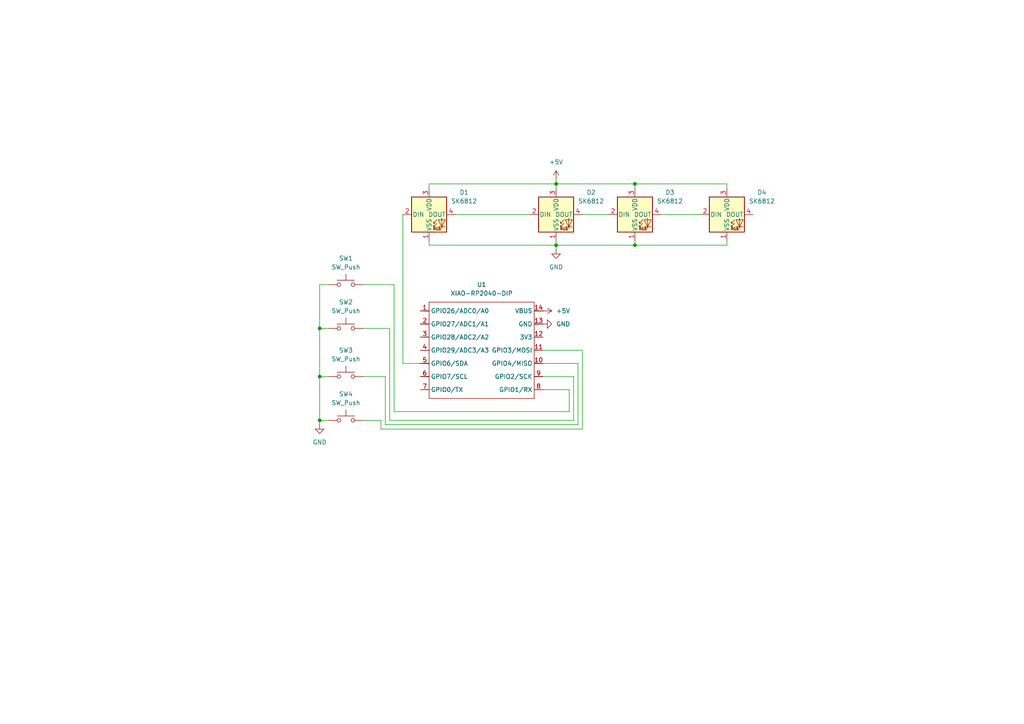
<source format=kicad_sch>
(kicad_sch
	(version 20250114)
	(generator "eeschema")
	(generator_version "9.0")
	(uuid "4170d5d0-beb5-40dc-a48c-67ac78002922")
	(paper "A4")
	(lib_symbols
		(symbol "LED:SK6812"
			(pin_names
				(offset 0.254)
			)
			(exclude_from_sim no)
			(in_bom yes)
			(on_board yes)
			(property "Reference" "D"
				(at 5.08 5.715 0)
				(effects
					(font
						(size 1.27 1.27)
					)
					(justify right bottom)
				)
			)
			(property "Value" "SK6812"
				(at 1.27 -5.715 0)
				(effects
					(font
						(size 1.27 1.27)
					)
					(justify left top)
				)
			)
			(property "Footprint" "LED_SMD:LED_SK6812_PLCC4_5.0x5.0mm_P3.2mm"
				(at 1.27 -7.62 0)
				(effects
					(font
						(size 1.27 1.27)
					)
					(justify left top)
					(hide yes)
				)
			)
			(property "Datasheet" "https://cdn-shop.adafruit.com/product-files/1138/SK6812+LED+datasheet+.pdf"
				(at 2.54 -9.525 0)
				(effects
					(font
						(size 1.27 1.27)
					)
					(justify left top)
					(hide yes)
				)
			)
			(property "Description" "RGB LED with integrated controller"
				(at 0 0 0)
				(effects
					(font
						(size 1.27 1.27)
					)
					(hide yes)
				)
			)
			(property "ki_keywords" "RGB LED NeoPixel addressable"
				(at 0 0 0)
				(effects
					(font
						(size 1.27 1.27)
					)
					(hide yes)
				)
			)
			(property "ki_fp_filters" "LED*SK6812*PLCC*5.0x5.0mm*P3.2mm*"
				(at 0 0 0)
				(effects
					(font
						(size 1.27 1.27)
					)
					(hide yes)
				)
			)
			(symbol "SK6812_0_0"
				(text "RGB"
					(at 2.286 -4.191 0)
					(effects
						(font
							(size 0.762 0.762)
						)
					)
				)
			)
			(symbol "SK6812_0_1"
				(polyline
					(pts
						(xy 1.27 -2.54) (xy 1.778 -2.54)
					)
					(stroke
						(width 0)
						(type default)
					)
					(fill
						(type none)
					)
				)
				(polyline
					(pts
						(xy 1.27 -3.556) (xy 1.778 -3.556)
					)
					(stroke
						(width 0)
						(type default)
					)
					(fill
						(type none)
					)
				)
				(polyline
					(pts
						(xy 2.286 -1.524) (xy 1.27 -2.54) (xy 1.27 -2.032)
					)
					(stroke
						(width 0)
						(type default)
					)
					(fill
						(type none)
					)
				)
				(polyline
					(pts
						(xy 2.286 -2.54) (xy 1.27 -3.556) (xy 1.27 -3.048)
					)
					(stroke
						(width 0)
						(type default)
					)
					(fill
						(type none)
					)
				)
				(polyline
					(pts
						(xy 3.683 -1.016) (xy 3.683 -3.556) (xy 3.683 -4.064)
					)
					(stroke
						(width 0)
						(type default)
					)
					(fill
						(type none)
					)
				)
				(polyline
					(pts
						(xy 4.699 -1.524) (xy 2.667 -1.524) (xy 3.683 -3.556) (xy 4.699 -1.524)
					)
					(stroke
						(width 0)
						(type default)
					)
					(fill
						(type none)
					)
				)
				(polyline
					(pts
						(xy 4.699 -3.556) (xy 2.667 -3.556)
					)
					(stroke
						(width 0)
						(type default)
					)
					(fill
						(type none)
					)
				)
				(rectangle
					(start 5.08 5.08)
					(end -5.08 -5.08)
					(stroke
						(width 0.254)
						(type default)
					)
					(fill
						(type background)
					)
				)
			)
			(symbol "SK6812_1_1"
				(pin input line
					(at -7.62 0 0)
					(length 2.54)
					(name "DIN"
						(effects
							(font
								(size 1.27 1.27)
							)
						)
					)
					(number "2"
						(effects
							(font
								(size 1.27 1.27)
							)
						)
					)
				)
				(pin power_in line
					(at 0 7.62 270)
					(length 2.54)
					(name "VDD"
						(effects
							(font
								(size 1.27 1.27)
							)
						)
					)
					(number "3"
						(effects
							(font
								(size 1.27 1.27)
							)
						)
					)
				)
				(pin power_in line
					(at 0 -7.62 90)
					(length 2.54)
					(name "VSS"
						(effects
							(font
								(size 1.27 1.27)
							)
						)
					)
					(number "1"
						(effects
							(font
								(size 1.27 1.27)
							)
						)
					)
				)
				(pin output line
					(at 7.62 0 180)
					(length 2.54)
					(name "DOUT"
						(effects
							(font
								(size 1.27 1.27)
							)
						)
					)
					(number "4"
						(effects
							(font
								(size 1.27 1.27)
							)
						)
					)
				)
			)
			(embedded_fonts no)
		)
		(symbol "OPL Library:XIAO-RP2040-DIP"
			(exclude_from_sim no)
			(in_bom yes)
			(on_board yes)
			(property "Reference" "U"
				(at 0 0 0)
				(effects
					(font
						(size 1.27 1.27)
					)
				)
			)
			(property "Value" "XIAO-RP2040-DIP"
				(at 5.334 -1.778 0)
				(effects
					(font
						(size 1.27 1.27)
					)
				)
			)
			(property "Footprint" "Module:MOUDLE14P-XIAO-DIP-SMD"
				(at 14.478 -32.258 0)
				(effects
					(font
						(size 1.27 1.27)
					)
					(hide yes)
				)
			)
			(property "Datasheet" ""
				(at 0 0 0)
				(effects
					(font
						(size 1.27 1.27)
					)
					(hide yes)
				)
			)
			(property "Description" ""
				(at 0 0 0)
				(effects
					(font
						(size 1.27 1.27)
					)
					(hide yes)
				)
			)
			(symbol "XIAO-RP2040-DIP_1_0"
				(polyline
					(pts
						(xy -1.27 -2.54) (xy 29.21 -2.54)
					)
					(stroke
						(width 0.1524)
						(type solid)
					)
					(fill
						(type none)
					)
				)
				(polyline
					(pts
						(xy -1.27 -5.08) (xy -2.54 -5.08)
					)
					(stroke
						(width 0.1524)
						(type solid)
					)
					(fill
						(type none)
					)
				)
				(polyline
					(pts
						(xy -1.27 -5.08) (xy -1.27 -2.54)
					)
					(stroke
						(width 0.1524)
						(type solid)
					)
					(fill
						(type none)
					)
				)
				(polyline
					(pts
						(xy -1.27 -8.89) (xy -2.54 -8.89)
					)
					(stroke
						(width 0.1524)
						(type solid)
					)
					(fill
						(type none)
					)
				)
				(polyline
					(pts
						(xy -1.27 -8.89) (xy -1.27 -5.08)
					)
					(stroke
						(width 0.1524)
						(type solid)
					)
					(fill
						(type none)
					)
				)
				(polyline
					(pts
						(xy -1.27 -12.7) (xy -2.54 -12.7)
					)
					(stroke
						(width 0.1524)
						(type solid)
					)
					(fill
						(type none)
					)
				)
				(polyline
					(pts
						(xy -1.27 -12.7) (xy -1.27 -8.89)
					)
					(stroke
						(width 0.1524)
						(type solid)
					)
					(fill
						(type none)
					)
				)
				(polyline
					(pts
						(xy -1.27 -16.51) (xy -2.54 -16.51)
					)
					(stroke
						(width 0.1524)
						(type solid)
					)
					(fill
						(type none)
					)
				)
				(polyline
					(pts
						(xy -1.27 -16.51) (xy -1.27 -12.7)
					)
					(stroke
						(width 0.1524)
						(type solid)
					)
					(fill
						(type none)
					)
				)
				(polyline
					(pts
						(xy -1.27 -20.32) (xy -2.54 -20.32)
					)
					(stroke
						(width 0.1524)
						(type solid)
					)
					(fill
						(type none)
					)
				)
				(polyline
					(pts
						(xy -1.27 -24.13) (xy -2.54 -24.13)
					)
					(stroke
						(width 0.1524)
						(type solid)
					)
					(fill
						(type none)
					)
				)
				(polyline
					(pts
						(xy -1.27 -27.94) (xy -2.54 -27.94)
					)
					(stroke
						(width 0.1524)
						(type solid)
					)
					(fill
						(type none)
					)
				)
				(polyline
					(pts
						(xy -1.27 -30.48) (xy -1.27 -16.51)
					)
					(stroke
						(width 0.1524)
						(type solid)
					)
					(fill
						(type none)
					)
				)
				(polyline
					(pts
						(xy 29.21 -2.54) (xy 29.21 -5.08)
					)
					(stroke
						(width 0.1524)
						(type solid)
					)
					(fill
						(type none)
					)
				)
				(polyline
					(pts
						(xy 29.21 -5.08) (xy 29.21 -8.89)
					)
					(stroke
						(width 0.1524)
						(type solid)
					)
					(fill
						(type none)
					)
				)
				(polyline
					(pts
						(xy 29.21 -8.89) (xy 29.21 -12.7)
					)
					(stroke
						(width 0.1524)
						(type solid)
					)
					(fill
						(type none)
					)
				)
				(polyline
					(pts
						(xy 29.21 -12.7) (xy 29.21 -30.48)
					)
					(stroke
						(width 0.1524)
						(type solid)
					)
					(fill
						(type none)
					)
				)
				(polyline
					(pts
						(xy 29.21 -30.48) (xy -1.27 -30.48)
					)
					(stroke
						(width 0.1524)
						(type solid)
					)
					(fill
						(type none)
					)
				)
				(polyline
					(pts
						(xy 30.48 -5.08) (xy 29.21 -5.08)
					)
					(stroke
						(width 0.1524)
						(type solid)
					)
					(fill
						(type none)
					)
				)
				(polyline
					(pts
						(xy 30.48 -8.89) (xy 29.21 -8.89)
					)
					(stroke
						(width 0.1524)
						(type solid)
					)
					(fill
						(type none)
					)
				)
				(polyline
					(pts
						(xy 30.48 -12.7) (xy 29.21 -12.7)
					)
					(stroke
						(width 0.1524)
						(type solid)
					)
					(fill
						(type none)
					)
				)
				(polyline
					(pts
						(xy 30.48 -16.51) (xy 29.21 -16.51)
					)
					(stroke
						(width 0.1524)
						(type solid)
					)
					(fill
						(type none)
					)
				)
				(polyline
					(pts
						(xy 30.48 -20.32) (xy 29.21 -20.32)
					)
					(stroke
						(width 0.1524)
						(type solid)
					)
					(fill
						(type none)
					)
				)
				(polyline
					(pts
						(xy 30.48 -24.13) (xy 29.21 -24.13)
					)
					(stroke
						(width 0.1524)
						(type solid)
					)
					(fill
						(type none)
					)
				)
				(polyline
					(pts
						(xy 30.48 -27.94) (xy 29.21 -27.94)
					)
					(stroke
						(width 0.1524)
						(type solid)
					)
					(fill
						(type none)
					)
				)
				(pin passive line
					(at -3.81 -5.08 0)
					(length 2.54)
					(name "GPIO26/ADC0/A0"
						(effects
							(font
								(size 1.27 1.27)
							)
						)
					)
					(number "1"
						(effects
							(font
								(size 1.27 1.27)
							)
						)
					)
				)
				(pin passive line
					(at -3.81 -8.89 0)
					(length 2.54)
					(name "GPIO27/ADC1/A1"
						(effects
							(font
								(size 1.27 1.27)
							)
						)
					)
					(number "2"
						(effects
							(font
								(size 1.27 1.27)
							)
						)
					)
				)
				(pin passive line
					(at -3.81 -12.7 0)
					(length 2.54)
					(name "GPIO28/ADC2/A2"
						(effects
							(font
								(size 1.27 1.27)
							)
						)
					)
					(number "3"
						(effects
							(font
								(size 1.27 1.27)
							)
						)
					)
				)
				(pin passive line
					(at -3.81 -16.51 0)
					(length 2.54)
					(name "GPIO29/ADC3/A3"
						(effects
							(font
								(size 1.27 1.27)
							)
						)
					)
					(number "4"
						(effects
							(font
								(size 1.27 1.27)
							)
						)
					)
				)
				(pin passive line
					(at -3.81 -20.32 0)
					(length 2.54)
					(name "GPIO6/SDA"
						(effects
							(font
								(size 1.27 1.27)
							)
						)
					)
					(number "5"
						(effects
							(font
								(size 1.27 1.27)
							)
						)
					)
				)
				(pin passive line
					(at -3.81 -24.13 0)
					(length 2.54)
					(name "GPIO7/SCL"
						(effects
							(font
								(size 1.27 1.27)
							)
						)
					)
					(number "6"
						(effects
							(font
								(size 1.27 1.27)
							)
						)
					)
				)
				(pin passive line
					(at -3.81 -27.94 0)
					(length 2.54)
					(name "GPIO0/TX"
						(effects
							(font
								(size 1.27 1.27)
							)
						)
					)
					(number "7"
						(effects
							(font
								(size 1.27 1.27)
							)
						)
					)
				)
				(pin passive line
					(at 31.75 -5.08 180)
					(length 2.54)
					(name "VBUS"
						(effects
							(font
								(size 1.27 1.27)
							)
						)
					)
					(number "14"
						(effects
							(font
								(size 1.27 1.27)
							)
						)
					)
				)
				(pin passive line
					(at 31.75 -8.89 180)
					(length 2.54)
					(name "GND"
						(effects
							(font
								(size 1.27 1.27)
							)
						)
					)
					(number "13"
						(effects
							(font
								(size 1.27 1.27)
							)
						)
					)
				)
				(pin passive line
					(at 31.75 -12.7 180)
					(length 2.54)
					(name "3V3"
						(effects
							(font
								(size 1.27 1.27)
							)
						)
					)
					(number "12"
						(effects
							(font
								(size 1.27 1.27)
							)
						)
					)
				)
				(pin passive line
					(at 31.75 -16.51 180)
					(length 2.54)
					(name "GPIO3/MOSI"
						(effects
							(font
								(size 1.27 1.27)
							)
						)
					)
					(number "11"
						(effects
							(font
								(size 1.27 1.27)
							)
						)
					)
				)
				(pin passive line
					(at 31.75 -20.32 180)
					(length 2.54)
					(name "GPIO4/MISO"
						(effects
							(font
								(size 1.27 1.27)
							)
						)
					)
					(number "10"
						(effects
							(font
								(size 1.27 1.27)
							)
						)
					)
				)
				(pin passive line
					(at 31.75 -24.13 180)
					(length 2.54)
					(name "GPIO2/SCK"
						(effects
							(font
								(size 1.27 1.27)
							)
						)
					)
					(number "9"
						(effects
							(font
								(size 1.27 1.27)
							)
						)
					)
				)
				(pin passive line
					(at 31.75 -27.94 180)
					(length 2.54)
					(name "GPIO1/RX"
						(effects
							(font
								(size 1.27 1.27)
							)
						)
					)
					(number "8"
						(effects
							(font
								(size 1.27 1.27)
							)
						)
					)
				)
			)
			(embedded_fonts no)
		)
		(symbol "Switch:SW_Push"
			(pin_numbers
				(hide yes)
			)
			(pin_names
				(offset 1.016)
				(hide yes)
			)
			(exclude_from_sim no)
			(in_bom yes)
			(on_board yes)
			(property "Reference" "SW"
				(at 1.27 2.54 0)
				(effects
					(font
						(size 1.27 1.27)
					)
					(justify left)
				)
			)
			(property "Value" "SW_Push"
				(at 0 -1.524 0)
				(effects
					(font
						(size 1.27 1.27)
					)
				)
			)
			(property "Footprint" ""
				(at 0 5.08 0)
				(effects
					(font
						(size 1.27 1.27)
					)
					(hide yes)
				)
			)
			(property "Datasheet" "~"
				(at 0 5.08 0)
				(effects
					(font
						(size 1.27 1.27)
					)
					(hide yes)
				)
			)
			(property "Description" "Push button switch, generic, two pins"
				(at 0 0 0)
				(effects
					(font
						(size 1.27 1.27)
					)
					(hide yes)
				)
			)
			(property "ki_keywords" "switch normally-open pushbutton push-button"
				(at 0 0 0)
				(effects
					(font
						(size 1.27 1.27)
					)
					(hide yes)
				)
			)
			(symbol "SW_Push_0_1"
				(circle
					(center -2.032 0)
					(radius 0.508)
					(stroke
						(width 0)
						(type default)
					)
					(fill
						(type none)
					)
				)
				(polyline
					(pts
						(xy 0 1.27) (xy 0 3.048)
					)
					(stroke
						(width 0)
						(type default)
					)
					(fill
						(type none)
					)
				)
				(circle
					(center 2.032 0)
					(radius 0.508)
					(stroke
						(width 0)
						(type default)
					)
					(fill
						(type none)
					)
				)
				(polyline
					(pts
						(xy 2.54 1.27) (xy -2.54 1.27)
					)
					(stroke
						(width 0)
						(type default)
					)
					(fill
						(type none)
					)
				)
				(pin passive line
					(at -5.08 0 0)
					(length 2.54)
					(name "1"
						(effects
							(font
								(size 1.27 1.27)
							)
						)
					)
					(number "1"
						(effects
							(font
								(size 1.27 1.27)
							)
						)
					)
				)
				(pin passive line
					(at 5.08 0 180)
					(length 2.54)
					(name "2"
						(effects
							(font
								(size 1.27 1.27)
							)
						)
					)
					(number "2"
						(effects
							(font
								(size 1.27 1.27)
							)
						)
					)
				)
			)
			(embedded_fonts no)
		)
		(symbol "power:+5V"
			(power)
			(pin_numbers
				(hide yes)
			)
			(pin_names
				(offset 0)
				(hide yes)
			)
			(exclude_from_sim no)
			(in_bom yes)
			(on_board yes)
			(property "Reference" "#PWR"
				(at 0 -3.81 0)
				(effects
					(font
						(size 1.27 1.27)
					)
					(hide yes)
				)
			)
			(property "Value" "+5V"
				(at 0 3.556 0)
				(effects
					(font
						(size 1.27 1.27)
					)
				)
			)
			(property "Footprint" ""
				(at 0 0 0)
				(effects
					(font
						(size 1.27 1.27)
					)
					(hide yes)
				)
			)
			(property "Datasheet" ""
				(at 0 0 0)
				(effects
					(font
						(size 1.27 1.27)
					)
					(hide yes)
				)
			)
			(property "Description" "Power symbol creates a global label with name \"+5V\""
				(at 0 0 0)
				(effects
					(font
						(size 1.27 1.27)
					)
					(hide yes)
				)
			)
			(property "ki_keywords" "global power"
				(at 0 0 0)
				(effects
					(font
						(size 1.27 1.27)
					)
					(hide yes)
				)
			)
			(symbol "+5V_0_1"
				(polyline
					(pts
						(xy -0.762 1.27) (xy 0 2.54)
					)
					(stroke
						(width 0)
						(type default)
					)
					(fill
						(type none)
					)
				)
				(polyline
					(pts
						(xy 0 2.54) (xy 0.762 1.27)
					)
					(stroke
						(width 0)
						(type default)
					)
					(fill
						(type none)
					)
				)
				(polyline
					(pts
						(xy 0 0) (xy 0 2.54)
					)
					(stroke
						(width 0)
						(type default)
					)
					(fill
						(type none)
					)
				)
			)
			(symbol "+5V_1_1"
				(pin power_in line
					(at 0 0 90)
					(length 0)
					(name "~"
						(effects
							(font
								(size 1.27 1.27)
							)
						)
					)
					(number "1"
						(effects
							(font
								(size 1.27 1.27)
							)
						)
					)
				)
			)
			(embedded_fonts no)
		)
		(symbol "power:GND"
			(power)
			(pin_numbers
				(hide yes)
			)
			(pin_names
				(offset 0)
				(hide yes)
			)
			(exclude_from_sim no)
			(in_bom yes)
			(on_board yes)
			(property "Reference" "#PWR"
				(at 0 -6.35 0)
				(effects
					(font
						(size 1.27 1.27)
					)
					(hide yes)
				)
			)
			(property "Value" "GND"
				(at 0 -3.81 0)
				(effects
					(font
						(size 1.27 1.27)
					)
				)
			)
			(property "Footprint" ""
				(at 0 0 0)
				(effects
					(font
						(size 1.27 1.27)
					)
					(hide yes)
				)
			)
			(property "Datasheet" ""
				(at 0 0 0)
				(effects
					(font
						(size 1.27 1.27)
					)
					(hide yes)
				)
			)
			(property "Description" "Power symbol creates a global label with name \"GND\" , ground"
				(at 0 0 0)
				(effects
					(font
						(size 1.27 1.27)
					)
					(hide yes)
				)
			)
			(property "ki_keywords" "global power"
				(at 0 0 0)
				(effects
					(font
						(size 1.27 1.27)
					)
					(hide yes)
				)
			)
			(symbol "GND_0_1"
				(polyline
					(pts
						(xy 0 0) (xy 0 -1.27) (xy 1.27 -1.27) (xy 0 -2.54) (xy -1.27 -1.27) (xy 0 -1.27)
					)
					(stroke
						(width 0)
						(type default)
					)
					(fill
						(type none)
					)
				)
			)
			(symbol "GND_1_1"
				(pin power_in line
					(at 0 0 270)
					(length 0)
					(name "~"
						(effects
							(font
								(size 1.27 1.27)
							)
						)
					)
					(number "1"
						(effects
							(font
								(size 1.27 1.27)
							)
						)
					)
				)
			)
			(embedded_fonts no)
		)
	)
	(junction
		(at 92.71 95.25)
		(diameter 0)
		(color 0 0 0 0)
		(uuid "0ae4884e-5610-4e84-91b6-45568e0dcad2")
	)
	(junction
		(at 161.29 71.12)
		(diameter 0)
		(color 0 0 0 0)
		(uuid "6abc599a-107e-48ca-8162-984de94337eb")
	)
	(junction
		(at 161.29 53.34)
		(diameter 0)
		(color 0 0 0 0)
		(uuid "788b957f-9578-41cf-bef9-1d897c8f7708")
	)
	(junction
		(at 184.15 71.12)
		(diameter 0)
		(color 0 0 0 0)
		(uuid "9a52ad1b-4a4f-4082-b8f7-6ba278bdeb59")
	)
	(junction
		(at 184.15 53.34)
		(diameter 0)
		(color 0 0 0 0)
		(uuid "9cd3d5df-6cbf-40ba-b540-e1cfb5a304a6")
	)
	(junction
		(at 92.71 109.22)
		(diameter 0)
		(color 0 0 0 0)
		(uuid "a2d6cd57-8f45-4679-ac0b-634816c53910")
	)
	(junction
		(at 92.71 121.92)
		(diameter 0)
		(color 0 0 0 0)
		(uuid "ec25307a-d77a-432e-8083-01623828f7bd")
	)
	(wire
		(pts
			(xy 161.29 53.34) (xy 184.15 53.34)
		)
		(stroke
			(width 0)
			(type default)
		)
		(uuid "05848a2e-4bf8-4317-8b1a-25d1f8029c59")
	)
	(wire
		(pts
			(xy 161.29 71.12) (xy 184.15 71.12)
		)
		(stroke
			(width 0)
			(type default)
		)
		(uuid "07022b97-28ea-4ecc-bffc-01cb4aa9bb30")
	)
	(wire
		(pts
			(xy 95.25 82.55) (xy 92.71 82.55)
		)
		(stroke
			(width 0)
			(type default)
		)
		(uuid "0bfb9d25-e506-4990-a569-5317405b82f0")
	)
	(wire
		(pts
			(xy 184.15 69.85) (xy 184.15 71.12)
		)
		(stroke
			(width 0)
			(type default)
		)
		(uuid "1067159c-f756-4427-98a4-a6627abbc55e")
	)
	(wire
		(pts
			(xy 161.29 53.34) (xy 161.29 54.61)
		)
		(stroke
			(width 0)
			(type default)
		)
		(uuid "12e55045-3890-4039-8e6f-0fc1825d7c89")
	)
	(wire
		(pts
			(xy 105.41 82.55) (xy 114.3 82.55)
		)
		(stroke
			(width 0)
			(type default)
		)
		(uuid "147f0bf7-3f1e-43df-9214-302b80d58017")
	)
	(wire
		(pts
			(xy 184.15 53.34) (xy 184.15 54.61)
		)
		(stroke
			(width 0)
			(type default)
		)
		(uuid "1762d2c2-eac6-4f22-bff1-1fca54bb354c")
	)
	(wire
		(pts
			(xy 124.46 69.85) (xy 124.46 71.12)
		)
		(stroke
			(width 0)
			(type default)
		)
		(uuid "1a6c60ef-0ef1-4f36-a211-9109249e1933")
	)
	(wire
		(pts
			(xy 184.15 53.34) (xy 210.82 53.34)
		)
		(stroke
			(width 0)
			(type default)
		)
		(uuid "2212aae8-9af0-4838-b537-89496f58f47f")
	)
	(wire
		(pts
			(xy 166.37 109.22) (xy 157.48 109.22)
		)
		(stroke
			(width 0)
			(type default)
		)
		(uuid "22ccfc19-cdac-4d4b-8525-72ff5f9d9c38")
	)
	(wire
		(pts
			(xy 113.03 121.92) (xy 166.37 121.92)
		)
		(stroke
			(width 0)
			(type default)
		)
		(uuid "242f2adf-5f42-45b1-bf6c-150d5e2b9ce3")
	)
	(wire
		(pts
			(xy 157.48 105.41) (xy 167.64 105.41)
		)
		(stroke
			(width 0)
			(type default)
		)
		(uuid "26427e62-ce48-40a8-bcb8-77c415894eef")
	)
	(wire
		(pts
			(xy 168.91 62.23) (xy 176.53 62.23)
		)
		(stroke
			(width 0)
			(type default)
		)
		(uuid "2c799ad3-8978-4768-a7dc-8d6d751452d0")
	)
	(wire
		(pts
			(xy 191.77 62.23) (xy 203.2 62.23)
		)
		(stroke
			(width 0)
			(type default)
		)
		(uuid "34b10095-86f4-4906-b9d2-0b4946b91b42")
	)
	(wire
		(pts
			(xy 165.1 113.03) (xy 157.48 113.03)
		)
		(stroke
			(width 0)
			(type default)
		)
		(uuid "3b77dea3-d859-42f0-8842-619ea943d7cc")
	)
	(wire
		(pts
			(xy 92.71 82.55) (xy 92.71 95.25)
		)
		(stroke
			(width 0)
			(type default)
		)
		(uuid "3cecc5d9-17cc-4dfe-998a-f26fee23fc87")
	)
	(wire
		(pts
			(xy 184.15 71.12) (xy 210.82 71.12)
		)
		(stroke
			(width 0)
			(type default)
		)
		(uuid "41c63ac8-3c9e-427b-8512-9d75d8df040e")
	)
	(wire
		(pts
			(xy 168.91 124.46) (xy 168.91 101.6)
		)
		(stroke
			(width 0)
			(type default)
		)
		(uuid "5b15a64f-cb41-4aec-8499-43aac7472fe0")
	)
	(wire
		(pts
			(xy 105.41 95.25) (xy 113.03 95.25)
		)
		(stroke
			(width 0)
			(type default)
		)
		(uuid "5d4f64cb-7642-47af-bd40-444609e07811")
	)
	(wire
		(pts
			(xy 124.46 54.61) (xy 124.46 53.34)
		)
		(stroke
			(width 0)
			(type default)
		)
		(uuid "5fb5218c-fa31-4dc3-a203-590a15773355")
	)
	(wire
		(pts
			(xy 210.82 69.85) (xy 210.82 71.12)
		)
		(stroke
			(width 0)
			(type default)
		)
		(uuid "655c8cd0-e9d1-4635-b89a-fe04221b497f")
	)
	(wire
		(pts
			(xy 92.71 109.22) (xy 95.25 109.22)
		)
		(stroke
			(width 0)
			(type default)
		)
		(uuid "6b864308-12b1-4d6a-8f37-685925a15453")
	)
	(wire
		(pts
			(xy 95.25 121.92) (xy 92.71 121.92)
		)
		(stroke
			(width 0)
			(type default)
		)
		(uuid "6bf8a9af-5a07-461d-939a-6c02a4211417")
	)
	(wire
		(pts
			(xy 116.84 62.23) (xy 116.84 105.41)
		)
		(stroke
			(width 0)
			(type default)
		)
		(uuid "6d9a204f-a342-4088-8f5e-3383cac35014")
	)
	(wire
		(pts
			(xy 124.46 71.12) (xy 161.29 71.12)
		)
		(stroke
			(width 0)
			(type default)
		)
		(uuid "747e73e6-6e07-4daf-b915-4e41ca8d0bb8")
	)
	(wire
		(pts
			(xy 105.41 121.92) (xy 110.49 121.92)
		)
		(stroke
			(width 0)
			(type default)
		)
		(uuid "75b1a28b-9186-4df4-b8ba-f39bffc97790")
	)
	(wire
		(pts
			(xy 165.1 119.38) (xy 165.1 113.03)
		)
		(stroke
			(width 0)
			(type default)
		)
		(uuid "76924bcd-b330-413f-a2b1-0a35a864c889")
	)
	(wire
		(pts
			(xy 92.71 95.25) (xy 92.71 109.22)
		)
		(stroke
			(width 0)
			(type default)
		)
		(uuid "77762e86-3fb7-4aeb-a85a-c4e06bb20cad")
	)
	(wire
		(pts
			(xy 167.64 105.41) (xy 167.64 123.19)
		)
		(stroke
			(width 0)
			(type default)
		)
		(uuid "869c6b56-18d4-49c0-b126-9bb774b669ee")
	)
	(wire
		(pts
			(xy 161.29 72.39) (xy 161.29 71.12)
		)
		(stroke
			(width 0)
			(type default)
		)
		(uuid "893303b2-3542-4e76-824f-f774bec6fd63")
	)
	(wire
		(pts
			(xy 210.82 53.34) (xy 210.82 54.61)
		)
		(stroke
			(width 0)
			(type default)
		)
		(uuid "8f002989-2e14-4e40-82b3-d742bd194a46")
	)
	(wire
		(pts
			(xy 110.49 124.46) (xy 168.91 124.46)
		)
		(stroke
			(width 0)
			(type default)
		)
		(uuid "94b5f909-0eb2-4cd4-afcb-2cb906a90a57")
	)
	(wire
		(pts
			(xy 92.71 121.92) (xy 92.71 123.19)
		)
		(stroke
			(width 0)
			(type default)
		)
		(uuid "9f65ea4e-567a-4c22-a49d-e5307010a766")
	)
	(wire
		(pts
			(xy 110.49 121.92) (xy 110.49 124.46)
		)
		(stroke
			(width 0)
			(type default)
		)
		(uuid "a442486d-e896-4804-a0b5-3beeba4e7abb")
	)
	(wire
		(pts
			(xy 92.71 95.25) (xy 95.25 95.25)
		)
		(stroke
			(width 0)
			(type default)
		)
		(uuid "a6b772d0-98a5-4a2f-868d-031d8acb3e57")
	)
	(wire
		(pts
			(xy 114.3 119.38) (xy 165.1 119.38)
		)
		(stroke
			(width 0)
			(type default)
		)
		(uuid "a792fb1e-43e8-4bc0-acb5-5e7f49d81142")
	)
	(wire
		(pts
			(xy 161.29 71.12) (xy 161.29 69.85)
		)
		(stroke
			(width 0)
			(type default)
		)
		(uuid "b6ed8a8c-8076-4e0a-bf0e-081d7f06804a")
	)
	(wire
		(pts
			(xy 167.64 123.19) (xy 111.76 123.19)
		)
		(stroke
			(width 0)
			(type default)
		)
		(uuid "b8b0a01e-32a2-4bde-81a3-ec6658f577c4")
	)
	(wire
		(pts
			(xy 113.03 95.25) (xy 113.03 121.92)
		)
		(stroke
			(width 0)
			(type default)
		)
		(uuid "c1b22be3-c28c-482b-9620-80a5e7b5df0d")
	)
	(wire
		(pts
			(xy 166.37 121.92) (xy 166.37 109.22)
		)
		(stroke
			(width 0)
			(type default)
		)
		(uuid "c5a606ab-9944-4a70-ba5a-aeb38bebeffd")
	)
	(wire
		(pts
			(xy 111.76 123.19) (xy 111.76 109.22)
		)
		(stroke
			(width 0)
			(type default)
		)
		(uuid "c8a318f5-1376-4942-ac8b-900796eaba15")
	)
	(wire
		(pts
			(xy 92.71 109.22) (xy 92.71 121.92)
		)
		(stroke
			(width 0)
			(type default)
		)
		(uuid "c96c0119-5c44-4987-be3e-2c1bee1ff550")
	)
	(wire
		(pts
			(xy 161.29 52.07) (xy 161.29 53.34)
		)
		(stroke
			(width 0)
			(type default)
		)
		(uuid "cecf28c4-547f-401c-8715-16e9077b53b9")
	)
	(wire
		(pts
			(xy 124.46 53.34) (xy 161.29 53.34)
		)
		(stroke
			(width 0)
			(type default)
		)
		(uuid "cf596ce0-9072-4f8e-a0f7-a9f2834b8f91")
	)
	(wire
		(pts
			(xy 132.08 62.23) (xy 153.67 62.23)
		)
		(stroke
			(width 0)
			(type default)
		)
		(uuid "d1bfb13f-4b7a-4895-a96f-27d316bb8e1c")
	)
	(wire
		(pts
			(xy 105.41 109.22) (xy 111.76 109.22)
		)
		(stroke
			(width 0)
			(type default)
		)
		(uuid "ed355518-bfe2-4fc2-8760-b68350a79323")
	)
	(wire
		(pts
			(xy 168.91 101.6) (xy 157.48 101.6)
		)
		(stroke
			(width 0)
			(type default)
		)
		(uuid "f9bb122d-a22d-432d-9389-583450356e81")
	)
	(wire
		(pts
			(xy 116.84 105.41) (xy 121.92 105.41)
		)
		(stroke
			(width 0)
			(type default)
		)
		(uuid "fa42645f-d9fe-4f5e-8432-c628ea0dd1a2")
	)
	(wire
		(pts
			(xy 114.3 82.55) (xy 114.3 119.38)
		)
		(stroke
			(width 0)
			(type default)
		)
		(uuid "fa60af3a-1b38-4944-bae9-3f6784143ab1")
	)
	(symbol
		(lib_id "Switch:SW_Push")
		(at 100.33 82.55 0)
		(unit 1)
		(exclude_from_sim no)
		(in_bom yes)
		(on_board yes)
		(dnp no)
		(fields_autoplaced yes)
		(uuid "08e996db-d347-421e-b2b8-dae8ae95ecae")
		(property "Reference" "SW1"
			(at 100.33 74.93 0)
			(effects
				(font
					(size 1.27 1.27)
				)
			)
		)
		(property "Value" "SW_Push"
			(at 100.33 77.47 0)
			(effects
				(font
					(size 1.27 1.27)
				)
			)
		)
		(property "Footprint" "Button_Switch_Keyboard:SW_Cherry_MX_1.00u_PCB"
			(at 100.33 77.47 0)
			(effects
				(font
					(size 1.27 1.27)
				)
				(hide yes)
			)
		)
		(property "Datasheet" "~"
			(at 100.33 77.47 0)
			(effects
				(font
					(size 1.27 1.27)
				)
				(hide yes)
			)
		)
		(property "Description" "Push button switch, generic, two pins"
			(at 100.33 82.55 0)
			(effects
				(font
					(size 1.27 1.27)
				)
				(hide yes)
			)
		)
		(pin "1"
			(uuid "b727b79e-572b-437e-b24a-7fed879ee04b")
		)
		(pin "2"
			(uuid "29225eda-fd69-458d-9303-1b7bbfc4a713")
		)
		(instances
			(project ""
				(path "/4170d5d0-beb5-40dc-a48c-67ac78002922"
					(reference "SW1")
					(unit 1)
				)
			)
		)
	)
	(symbol
		(lib_id "Switch:SW_Push")
		(at 100.33 109.22 0)
		(unit 1)
		(exclude_from_sim no)
		(in_bom yes)
		(on_board yes)
		(dnp no)
		(fields_autoplaced yes)
		(uuid "2637e57b-dc27-4313-bc25-c6f305835d90")
		(property "Reference" "SW3"
			(at 100.33 101.6 0)
			(effects
				(font
					(size 1.27 1.27)
				)
			)
		)
		(property "Value" "SW_Push"
			(at 100.33 104.14 0)
			(effects
				(font
					(size 1.27 1.27)
				)
			)
		)
		(property "Footprint" "Button_Switch_Keyboard:SW_Cherry_MX_1.00u_PCB"
			(at 100.33 104.14 0)
			(effects
				(font
					(size 1.27 1.27)
				)
				(hide yes)
			)
		)
		(property "Datasheet" "~"
			(at 100.33 104.14 0)
			(effects
				(font
					(size 1.27 1.27)
				)
				(hide yes)
			)
		)
		(property "Description" "Push button switch, generic, two pins"
			(at 100.33 109.22 0)
			(effects
				(font
					(size 1.27 1.27)
				)
				(hide yes)
			)
		)
		(pin "1"
			(uuid "e3e8d736-18b9-4c32-a8ee-1607c7460448")
		)
		(pin "2"
			(uuid "d59e7c25-f687-4428-877d-4509b4370ce8")
		)
		(instances
			(project "Hackpad"
				(path "/4170d5d0-beb5-40dc-a48c-67ac78002922"
					(reference "SW3")
					(unit 1)
				)
			)
		)
	)
	(symbol
		(lib_id "power:GND")
		(at 92.71 123.19 0)
		(unit 1)
		(exclude_from_sim no)
		(in_bom yes)
		(on_board yes)
		(dnp no)
		(fields_autoplaced yes)
		(uuid "34c675f2-343f-49fe-88af-62e73b45d617")
		(property "Reference" "#PWR05"
			(at 92.71 129.54 0)
			(effects
				(font
					(size 1.27 1.27)
				)
				(hide yes)
			)
		)
		(property "Value" "GND"
			(at 92.71 128.27 0)
			(effects
				(font
					(size 1.27 1.27)
				)
			)
		)
		(property "Footprint" ""
			(at 92.71 123.19 0)
			(effects
				(font
					(size 1.27 1.27)
				)
				(hide yes)
			)
		)
		(property "Datasheet" ""
			(at 92.71 123.19 0)
			(effects
				(font
					(size 1.27 1.27)
				)
				(hide yes)
			)
		)
		(property "Description" "Power symbol creates a global label with name \"GND\" , ground"
			(at 92.71 123.19 0)
			(effects
				(font
					(size 1.27 1.27)
				)
				(hide yes)
			)
		)
		(pin "1"
			(uuid "2797746b-2a7e-46d8-b1cf-db6a2eff75f7")
		)
		(instances
			(project ""
				(path "/4170d5d0-beb5-40dc-a48c-67ac78002922"
					(reference "#PWR05")
					(unit 1)
				)
			)
		)
	)
	(symbol
		(lib_id "LED:SK6812")
		(at 161.29 62.23 0)
		(unit 1)
		(exclude_from_sim no)
		(in_bom yes)
		(on_board yes)
		(dnp no)
		(fields_autoplaced yes)
		(uuid "57a74325-32de-4645-8610-98d2fde11678")
		(property "Reference" "D2"
			(at 171.45 55.8098 0)
			(effects
				(font
					(size 1.27 1.27)
				)
			)
		)
		(property "Value" "SK6812"
			(at 171.45 58.3498 0)
			(effects
				(font
					(size 1.27 1.27)
				)
			)
		)
		(property "Footprint" "LED_SMD:LED_SK6812MINI_PLCC4_3.5x3.5mm_P1.75mm"
			(at 162.56 69.85 0)
			(effects
				(font
					(size 1.27 1.27)
				)
				(justify left top)
				(hide yes)
			)
		)
		(property "Datasheet" "https://cdn-shop.adafruit.com/product-files/1138/SK6812+LED+datasheet+.pdf"
			(at 163.83 71.755 0)
			(effects
				(font
					(size 1.27 1.27)
				)
				(justify left top)
				(hide yes)
			)
		)
		(property "Description" "RGB LED with integrated controller"
			(at 161.29 62.23 0)
			(effects
				(font
					(size 1.27 1.27)
				)
				(hide yes)
			)
		)
		(pin "1"
			(uuid "a0bf9d95-9cdf-45bd-ae47-305e59274859")
		)
		(pin "4"
			(uuid "f568bd6b-96f1-43ff-ae80-5a019066b1e8")
		)
		(pin "2"
			(uuid "516944db-7bb7-4db6-b8af-960421534d79")
		)
		(pin "3"
			(uuid "1b3302ce-705e-4c25-9342-55d8aa46017f")
		)
		(instances
			(project ""
				(path "/4170d5d0-beb5-40dc-a48c-67ac78002922"
					(reference "D2")
					(unit 1)
				)
			)
		)
	)
	(symbol
		(lib_id "power:+5V")
		(at 157.48 90.17 270)
		(unit 1)
		(exclude_from_sim no)
		(in_bom yes)
		(on_board yes)
		(dnp no)
		(fields_autoplaced yes)
		(uuid "652dfbbe-20ea-4ea2-9274-478216fc7b74")
		(property "Reference" "#PWR04"
			(at 153.67 90.17 0)
			(effects
				(font
					(size 1.27 1.27)
				)
				(hide yes)
			)
		)
		(property "Value" "+5V"
			(at 161.29 90.1699 90)
			(effects
				(font
					(size 1.27 1.27)
				)
				(justify left)
			)
		)
		(property "Footprint" ""
			(at 157.48 90.17 0)
			(effects
				(font
					(size 1.27 1.27)
				)
				(hide yes)
			)
		)
		(property "Datasheet" ""
			(at 157.48 90.17 0)
			(effects
				(font
					(size 1.27 1.27)
				)
				(hide yes)
			)
		)
		(property "Description" "Power symbol creates a global label with name \"+5V\""
			(at 157.48 90.17 0)
			(effects
				(font
					(size 1.27 1.27)
				)
				(hide yes)
			)
		)
		(pin "1"
			(uuid "7a348913-3550-4593-b728-515a8479d9cc")
		)
		(instances
			(project ""
				(path "/4170d5d0-beb5-40dc-a48c-67ac78002922"
					(reference "#PWR04")
					(unit 1)
				)
			)
		)
	)
	(symbol
		(lib_id "LED:SK6812")
		(at 184.15 62.23 0)
		(unit 1)
		(exclude_from_sim no)
		(in_bom yes)
		(on_board yes)
		(dnp no)
		(fields_autoplaced yes)
		(uuid "695ba72f-7db8-46ab-9c12-b50b77146cc2")
		(property "Reference" "D3"
			(at 194.31 55.8098 0)
			(effects
				(font
					(size 1.27 1.27)
				)
			)
		)
		(property "Value" "SK6812"
			(at 194.31 58.3498 0)
			(effects
				(font
					(size 1.27 1.27)
				)
			)
		)
		(property "Footprint" "LED_SMD:LED_SK6812MINI_PLCC4_3.5x3.5mm_P1.75mm"
			(at 185.42 69.85 0)
			(effects
				(font
					(size 1.27 1.27)
				)
				(justify left top)
				(hide yes)
			)
		)
		(property "Datasheet" "https://cdn-shop.adafruit.com/product-files/1138/SK6812+LED+datasheet+.pdf"
			(at 186.69 71.755 0)
			(effects
				(font
					(size 1.27 1.27)
				)
				(justify left top)
				(hide yes)
			)
		)
		(property "Description" "RGB LED with integrated controller"
			(at 184.15 62.23 0)
			(effects
				(font
					(size 1.27 1.27)
				)
				(hide yes)
			)
		)
		(pin "3"
			(uuid "5fc5418f-c78c-4fce-b728-7e27f50ae693")
		)
		(pin "2"
			(uuid "271cde20-7f35-424d-9a98-cb3294d62264")
		)
		(pin "4"
			(uuid "a0bd4b44-f9fe-42d3-b442-a3ec167dff86")
		)
		(pin "1"
			(uuid "908d7422-f744-4023-807a-9a16c2b428ef")
		)
		(instances
			(project ""
				(path "/4170d5d0-beb5-40dc-a48c-67ac78002922"
					(reference "D3")
					(unit 1)
				)
			)
		)
	)
	(symbol
		(lib_id "OPL Library:XIAO-RP2040-DIP")
		(at 125.73 85.09 0)
		(unit 1)
		(exclude_from_sim no)
		(in_bom yes)
		(on_board yes)
		(dnp no)
		(fields_autoplaced yes)
		(uuid "779c3f8a-6d9d-4add-85cc-566ec5fbb2f6")
		(property "Reference" "U1"
			(at 139.7 82.55 0)
			(effects
				(font
					(size 1.27 1.27)
				)
			)
		)
		(property "Value" "XIAO-RP2040-DIP"
			(at 139.7 85.09 0)
			(effects
				(font
					(size 1.27 1.27)
				)
			)
		)
		(property "Footprint" "OPL Libr:XIAO-RP2040-DIP"
			(at 140.208 117.348 0)
			(effects
				(font
					(size 1.27 1.27)
				)
				(hide yes)
			)
		)
		(property "Datasheet" ""
			(at 125.73 85.09 0)
			(effects
				(font
					(size 1.27 1.27)
				)
				(hide yes)
			)
		)
		(property "Description" ""
			(at 125.73 85.09 0)
			(effects
				(font
					(size 1.27 1.27)
				)
				(hide yes)
			)
		)
		(pin "13"
			(uuid "df579062-9114-4a42-9704-d567ede2c568")
		)
		(pin "3"
			(uuid "2f170f61-078f-4efe-be43-656f3ddcf3ab")
		)
		(pin "7"
			(uuid "54d80346-409a-4f47-be9e-7f796b55db55")
		)
		(pin "11"
			(uuid "7d1ace39-1649-4946-9fa1-ab73980cf8ff")
		)
		(pin "4"
			(uuid "95f11fa5-0707-4cc9-8e52-61def382f403")
		)
		(pin "5"
			(uuid "c327d573-11c3-48b5-a1e9-9b3a9178457f")
		)
		(pin "12"
			(uuid "d5b43a25-2b9a-48a4-be10-dbec69b61656")
		)
		(pin "9"
			(uuid "07deef61-93d4-45c7-82c6-818371f0dfdd")
		)
		(pin "8"
			(uuid "6dd3d921-9e85-4f6a-9810-6872d574c659")
		)
		(pin "1"
			(uuid "c32ecef1-271d-4e5e-ad84-488ec4cb69c5")
		)
		(pin "2"
			(uuid "301ef831-0bef-4f9b-a435-3510b2acb82b")
		)
		(pin "6"
			(uuid "a16c7227-5f0b-4588-9d58-eee8aab2e459")
		)
		(pin "10"
			(uuid "abe3bd0a-8ef7-483d-af0e-ed69e4bce4dd")
		)
		(pin "14"
			(uuid "8c02a0d8-1f4b-4464-8040-0da29de5e96e")
		)
		(instances
			(project ""
				(path "/4170d5d0-beb5-40dc-a48c-67ac78002922"
					(reference "U1")
					(unit 1)
				)
			)
		)
	)
	(symbol
		(lib_id "power:GND")
		(at 157.48 93.98 90)
		(unit 1)
		(exclude_from_sim no)
		(in_bom yes)
		(on_board yes)
		(dnp no)
		(fields_autoplaced yes)
		(uuid "82cb0ae7-ca37-406f-89b3-9efeaeed883c")
		(property "Reference" "#PWR02"
			(at 163.83 93.98 0)
			(effects
				(font
					(size 1.27 1.27)
				)
				(hide yes)
			)
		)
		(property "Value" "GND"
			(at 161.29 93.9799 90)
			(effects
				(font
					(size 1.27 1.27)
				)
				(justify right)
			)
		)
		(property "Footprint" ""
			(at 157.48 93.98 0)
			(effects
				(font
					(size 1.27 1.27)
				)
				(hide yes)
			)
		)
		(property "Datasheet" ""
			(at 157.48 93.98 0)
			(effects
				(font
					(size 1.27 1.27)
				)
				(hide yes)
			)
		)
		(property "Description" "Power symbol creates a global label with name \"GND\" , ground"
			(at 157.48 93.98 0)
			(effects
				(font
					(size 1.27 1.27)
				)
				(hide yes)
			)
		)
		(pin "1"
			(uuid "5b39a800-635c-477b-bc88-cf726190e054")
		)
		(instances
			(project ""
				(path "/4170d5d0-beb5-40dc-a48c-67ac78002922"
					(reference "#PWR02")
					(unit 1)
				)
			)
		)
	)
	(symbol
		(lib_id "Switch:SW_Push")
		(at 100.33 121.92 0)
		(unit 1)
		(exclude_from_sim no)
		(in_bom yes)
		(on_board yes)
		(dnp no)
		(fields_autoplaced yes)
		(uuid "a03479d2-b324-4f0f-99ac-4034a4e26053")
		(property "Reference" "SW4"
			(at 100.33 114.3 0)
			(effects
				(font
					(size 1.27 1.27)
				)
			)
		)
		(property "Value" "SW_Push"
			(at 100.33 116.84 0)
			(effects
				(font
					(size 1.27 1.27)
				)
			)
		)
		(property "Footprint" "Button_Switch_Keyboard:SW_Cherry_MX_1.00u_PCB"
			(at 100.33 116.84 0)
			(effects
				(font
					(size 1.27 1.27)
				)
				(hide yes)
			)
		)
		(property "Datasheet" "~"
			(at 100.33 116.84 0)
			(effects
				(font
					(size 1.27 1.27)
				)
				(hide yes)
			)
		)
		(property "Description" "Push button switch, generic, two pins"
			(at 100.33 121.92 0)
			(effects
				(font
					(size 1.27 1.27)
				)
				(hide yes)
			)
		)
		(pin "1"
			(uuid "7985377d-2d1a-4e07-881c-662d368c179e")
		)
		(pin "2"
			(uuid "1412cbd5-1a1d-4b78-981e-e38373b0275a")
		)
		(instances
			(project "Hackpad"
				(path "/4170d5d0-beb5-40dc-a48c-67ac78002922"
					(reference "SW4")
					(unit 1)
				)
			)
		)
	)
	(symbol
		(lib_id "LED:SK6812")
		(at 210.82 62.23 0)
		(unit 1)
		(exclude_from_sim no)
		(in_bom yes)
		(on_board yes)
		(dnp no)
		(fields_autoplaced yes)
		(uuid "b1ee22ce-9a55-4596-ac34-2b4b4c15955f")
		(property "Reference" "D4"
			(at 220.98 55.8098 0)
			(effects
				(font
					(size 1.27 1.27)
				)
			)
		)
		(property "Value" "SK6812"
			(at 220.98 58.3498 0)
			(effects
				(font
					(size 1.27 1.27)
				)
			)
		)
		(property "Footprint" "LED_SMD:LED_SK6812MINI_PLCC4_3.5x3.5mm_P1.75mm"
			(at 212.09 69.85 0)
			(effects
				(font
					(size 1.27 1.27)
				)
				(justify left top)
				(hide yes)
			)
		)
		(property "Datasheet" "https://cdn-shop.adafruit.com/product-files/1138/SK6812+LED+datasheet+.pdf"
			(at 213.36 71.755 0)
			(effects
				(font
					(size 1.27 1.27)
				)
				(justify left top)
				(hide yes)
			)
		)
		(property "Description" "RGB LED with integrated controller"
			(at 210.82 62.23 0)
			(effects
				(font
					(size 1.27 1.27)
				)
				(hide yes)
			)
		)
		(pin "2"
			(uuid "dd11838e-4305-44bf-ab44-12aa25ff2a58")
		)
		(pin "1"
			(uuid "a90651de-3721-4a74-9746-a062def84864")
		)
		(pin "3"
			(uuid "8e4627b7-423b-4703-9109-c7811a97473c")
		)
		(pin "4"
			(uuid "a81a86d1-3b54-44e3-9718-8891e9453edb")
		)
		(instances
			(project ""
				(path "/4170d5d0-beb5-40dc-a48c-67ac78002922"
					(reference "D4")
					(unit 1)
				)
			)
		)
	)
	(symbol
		(lib_id "Switch:SW_Push")
		(at 100.33 95.25 0)
		(unit 1)
		(exclude_from_sim no)
		(in_bom yes)
		(on_board yes)
		(dnp no)
		(fields_autoplaced yes)
		(uuid "ba66b073-5d73-407f-9c3b-43dee3463bb9")
		(property "Reference" "SW2"
			(at 100.33 87.63 0)
			(effects
				(font
					(size 1.27 1.27)
				)
			)
		)
		(property "Value" "SW_Push"
			(at 100.33 90.17 0)
			(effects
				(font
					(size 1.27 1.27)
				)
			)
		)
		(property "Footprint" "Button_Switch_Keyboard:SW_Cherry_MX_1.00u_PCB"
			(at 100.33 90.17 0)
			(effects
				(font
					(size 1.27 1.27)
				)
				(hide yes)
			)
		)
		(property "Datasheet" "~"
			(at 100.33 90.17 0)
			(effects
				(font
					(size 1.27 1.27)
				)
				(hide yes)
			)
		)
		(property "Description" "Push button switch, generic, two pins"
			(at 100.33 95.25 0)
			(effects
				(font
					(size 1.27 1.27)
				)
				(hide yes)
			)
		)
		(pin "1"
			(uuid "407e9c36-83ed-40a2-b9c2-a146faf06b0c")
		)
		(pin "2"
			(uuid "1955c9d3-81fa-41ba-9462-1d4ec73a1c4e")
		)
		(instances
			(project "Hackpad"
				(path "/4170d5d0-beb5-40dc-a48c-67ac78002922"
					(reference "SW2")
					(unit 1)
				)
			)
		)
	)
	(symbol
		(lib_id "power:+5V")
		(at 161.29 52.07 0)
		(unit 1)
		(exclude_from_sim no)
		(in_bom yes)
		(on_board yes)
		(dnp no)
		(fields_autoplaced yes)
		(uuid "deebd4f7-501b-4fbe-bcc9-f994a4c04176")
		(property "Reference" "#PWR03"
			(at 161.29 55.88 0)
			(effects
				(font
					(size 1.27 1.27)
				)
				(hide yes)
			)
		)
		(property "Value" "+5V"
			(at 161.29 46.99 0)
			(effects
				(font
					(size 1.27 1.27)
				)
			)
		)
		(property "Footprint" ""
			(at 161.29 52.07 0)
			(effects
				(font
					(size 1.27 1.27)
				)
				(hide yes)
			)
		)
		(property "Datasheet" ""
			(at 161.29 52.07 0)
			(effects
				(font
					(size 1.27 1.27)
				)
				(hide yes)
			)
		)
		(property "Description" "Power symbol creates a global label with name \"+5V\""
			(at 161.29 52.07 0)
			(effects
				(font
					(size 1.27 1.27)
				)
				(hide yes)
			)
		)
		(pin "1"
			(uuid "2853bb3e-b5fb-4829-8bd1-215dff16286f")
		)
		(instances
			(project ""
				(path "/4170d5d0-beb5-40dc-a48c-67ac78002922"
					(reference "#PWR03")
					(unit 1)
				)
			)
		)
	)
	(symbol
		(lib_id "power:GND")
		(at 161.29 72.39 0)
		(unit 1)
		(exclude_from_sim no)
		(in_bom yes)
		(on_board yes)
		(dnp no)
		(fields_autoplaced yes)
		(uuid "f0082999-a1b8-48bc-8a15-c69deaac2df6")
		(property "Reference" "#PWR01"
			(at 161.29 78.74 0)
			(effects
				(font
					(size 1.27 1.27)
				)
				(hide yes)
			)
		)
		(property "Value" "GND"
			(at 161.29 77.47 0)
			(effects
				(font
					(size 1.27 1.27)
				)
			)
		)
		(property "Footprint" ""
			(at 161.29 72.39 0)
			(effects
				(font
					(size 1.27 1.27)
				)
				(hide yes)
			)
		)
		(property "Datasheet" ""
			(at 161.29 72.39 0)
			(effects
				(font
					(size 1.27 1.27)
				)
				(hide yes)
			)
		)
		(property "Description" "Power symbol creates a global label with name \"GND\" , ground"
			(at 161.29 72.39 0)
			(effects
				(font
					(size 1.27 1.27)
				)
				(hide yes)
			)
		)
		(pin "1"
			(uuid "9fc81ab4-7d96-484d-b054-53dbb603bec2")
		)
		(instances
			(project ""
				(path "/4170d5d0-beb5-40dc-a48c-67ac78002922"
					(reference "#PWR01")
					(unit 1)
				)
			)
		)
	)
	(symbol
		(lib_id "LED:SK6812")
		(at 124.46 62.23 0)
		(unit 1)
		(exclude_from_sim no)
		(in_bom yes)
		(on_board yes)
		(dnp no)
		(fields_autoplaced yes)
		(uuid "faea21d7-a901-4f50-aeeb-9cce5099d5f5")
		(property "Reference" "D1"
			(at 134.62 55.8098 0)
			(effects
				(font
					(size 1.27 1.27)
				)
			)
		)
		(property "Value" "SK6812"
			(at 134.62 58.3498 0)
			(effects
				(font
					(size 1.27 1.27)
				)
			)
		)
		(property "Footprint" "LED_SMD:LED_SK6812MINI_PLCC4_3.5x3.5mm_P1.75mm"
			(at 125.73 69.85 0)
			(effects
				(font
					(size 1.27 1.27)
				)
				(justify left top)
				(hide yes)
			)
		)
		(property "Datasheet" "https://cdn-shop.adafruit.com/product-files/1138/SK6812+LED+datasheet+.pdf"
			(at 127 71.755 0)
			(effects
				(font
					(size 1.27 1.27)
				)
				(justify left top)
				(hide yes)
			)
		)
		(property "Description" "RGB LED with integrated controller"
			(at 124.46 62.23 0)
			(effects
				(font
					(size 1.27 1.27)
				)
				(hide yes)
			)
		)
		(pin "3"
			(uuid "1a2020b1-4221-4c1a-b6c4-d1da20311848")
		)
		(pin "4"
			(uuid "9f357f74-fde3-4240-b11c-7c687e94c001")
		)
		(pin "2"
			(uuid "63bd0654-66a2-45aa-b940-df0818e090e3")
		)
		(pin "1"
			(uuid "e243e46e-5c83-4409-9fb8-61b57f4dc252")
		)
		(instances
			(project ""
				(path "/4170d5d0-beb5-40dc-a48c-67ac78002922"
					(reference "D1")
					(unit 1)
				)
			)
		)
	)
	(sheet_instances
		(path "/"
			(page "1")
		)
	)
	(embedded_fonts no)
)

</source>
